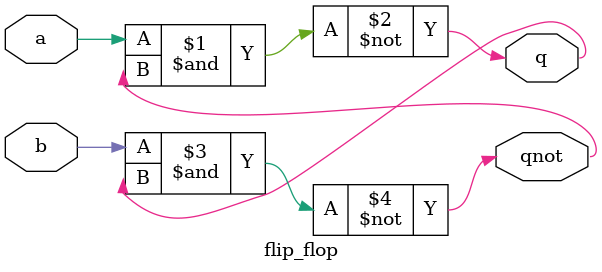
<source format=v>

module flip_flop (a,b,q,qnot);
    input a, b;
    output q,qnot;
    assign q = ~(a & qnot);
    assign qnot = ~(b & q);
endmodule
</source>
